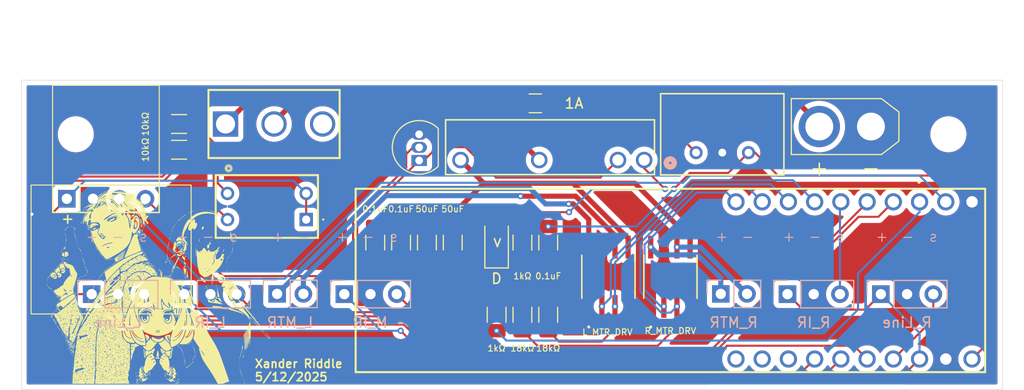
<source format=kicad_pcb>
(kicad_pcb (version 20240108) (generator "pcbnew") (generator_version "8.0")
  (layers (0 "F.Cu" signal) (31 "B.Cu" signal) (34 "B.Paste" user) (35 "F.Paste" user) (36 "B.SilkS" user "B.Silkscreen") (37 "F.SilkS" user "F.Silkscreen") (38 "B.Mask" user) (39 "F.Mask" user) (44 "Edge.Cuts" user))
  (net 0 "")
  (net 1 "GND")
  (net 2 "Net-(U1-+VIN)")
  (net 3 "Net-(J9-Pin_2)")
  (net 4 "Left_IR")
  (net 5 "MOTOR_PWR")
  (net 6 "+5V")
  (net 7 "Kill_Switch")
  (net 8 "Right_IR")
  (net 9 "Net-(D1-K)")
  (net 10 "Middle_IR")
  (net 11 "Start_Module")
  (net 12 "Left_Line")
  (net 13 "Right_Line")
  (net 14 "+3.3V")
  (net 15 "Net-(D1-A)")
  (net 16 "+12V")
  (net 17 "DIP2")
  (net 18 "DIP1")
  (net 19 "Net-(J7-Pin_2)")
  (net 20 "Net-(J9-Pin_1)")
  (net 21 "Net-(J10-Pin_1)")
  (net 22 "Net-(J10-Pin_2)")
  (net 23 "Net-(Q2-B)")
  (net 24 "Net-(L_MOTOR_DRIVER1-ILIM)")
  (net 25 "Net-(R_MOTOR_DRIVER1-ILIM)")
  (net 26 "L_IN2")
  (net 27 "L_IN1")
  (net 30 "R_IN1")
  (net 32 "R_IN2")
  (footprint "Diode_SMD:D_1206_3216Metric_Pad1.42x1.75mm_HandSolder" (layer "F.Cu") (at 146 135.75 90)
    (property "Reference" "<" (at 0 0 90) (layer "F.SilkS"))
    (property "Value" "D")
    (pad "1" smd roundrect (at -1.4875 0 90) (size 1.425 1.75) (layers "F.Cu" "F.Paste" "F.Mask") (roundrect_rratio 0.175439) (net 9 "Net-(D1-K)"))
    (pad "2" smd roundrect (at 1.4875 0 90) (size 1.425 1.75) (layers "F.Cu" "F.Paste" "F.Mask") (roundrect_rratio 0.175439) (net 15 "Net-(D1-A)"))
  )
  (footprint "Resistor_SMD:R_1206_3216Metric_Pad1.30x1.75mm_HandSolder" (layer "F.Cu") (at 146 142.75 90)
    (property "Reference" "R6" (hide yes))
    (property "Value" "R")
    (pad "1" smd roundrect (at -1.55 0 90) (size 1.3 1.75) (layers "F.Cu" "F.Paste" "F.Mask") (roundrect_rratio 0.192308) (net 7 "Kill_Switch"))
    (pad "2" smd roundrect (at 1.55 0 90) (size 1.3 1.75) (layers "F.Cu" "F.Paste" "F.Mask") (roundrect_rratio 0.192308) (net 23 "Net-(Q2-B)"))
  )
  (footprint "Connector_AMASS:AMASS_XT30U-F_1x02_P5.0mm_Vertical" (layer "F.Cu") (at 182.25 124.5 180)
    (property "Reference" "J7" (hide yes))
    (property "Value" "Conn_01x02")
    (fp_text user "+" (at 5 -4 360) (layer "F.SilkS") (effects (font (size 1.5 1.5))))
    (fp_text user "-" (at 0 -4 360) (layer "F.SilkS") (effects (font (size 1.5 1.5))))
    (pad "1" thru_hole rect (at 0 0 180) (size 3.8 3.8) (drill 2.7) (layers "*.Cu" "*.Mask") (net 1 "GND"))
    (pad "2" thru_hole circle (at 5 0 180) (size 4 4) (drill 2.7) (layers "*.Cu" "*.Mask") (net 19 "Net-(J7-Pin_2)"))
  )
  (footprint "Capacitor_SMD:C_1206_3216Metric_Pad1.33x1.80mm_HandSolder" (layer "F.Cu") (at 141.75 135.75 -90)
    (property "Reference" "50uF" (at -3.25 0 180) (layer "F.SilkS") (effects (font (size 0.6 0.6) (thickness 0.1) (bold yes))))
    (property "Value" "50uF")
    (pad "1" smd roundrect (at -1.5625 0 270) (size 1.325 1.8) (layers "F.Cu" "F.Paste" "F.Mask") (roundrect_rratio 0.188679) (net 5 "MOTOR_PWR"))
    (pad "2" smd roundrect (at 1.5625 0 270) (size 1.325 1.8) (layers "F.Cu" "F.Paste" "F.Mask") (roundrect_rratio 0.188679) (net 1 "GND"))
  )
  (footprint "Resistor_SMD:R_1206_3216Metric_Pad1.30x1.75mm_HandSolder" (layer "F.Cu") (at 115.25 124.25)
    (property "Reference" "10kΩ" (at -3.25 0 90) (layer "F.SilkS") (effects (font (size 0.6 0.6) (thickness 0.1))))
    (property "Value" "10kΩ")
    (pad "1" smd roundrect (at -1.55 0) (size 1.3 1.75) (layers "F.Cu" "F.Paste" "F.Mask") (roundrect_rratio 0.192308) (net 1 "GND"))
    (pad "2" smd roundrect (at 1.55 0) (size 1.3 1.75) (layers "F.Cu" "F.Paste" "F.Mask") (roundrect_rratio 0.192308) (net 17 "DIP2"))
  )
  (footprint "1101M2S3CQE2:SW_1101M2S3CQE2" (layer "F.Cu") (at 124.45 124.25 90)
    (property "Reference" "SW3" (hide yes))
    (property "Value" "1101M2S3CQE2")
    (pad "1" thru_hole rect (at 0 -4.7 90) (size 2.45 2.45) (drill 1.85) (layers "*.Cu" "*.Mask") (net 19 "Net-(J7-Pin_2)"))
    (pad "2" thru_hole circle (at 0 0 90) (size 2.45 2.45) (drill 1.85) (layers "*.Cu" "*.Mask") (net 16 "+12V"))
    (pad "3" thru_hole circle (at 0 4.7 90) (size 2.45 2.45) (drill 1.85) (layers "*.Cu" "*.Mask"))
  )
  (footprint "Connector_PinSocket_2.54mm:PinSocket_1x02_P2.54mm_Vertical" (layer "F.Cu") (at 124.75 140.725 90)
    (property "Reference" "L_MTR" (at -2.775 1.25 180) (layer "B.SilkS") (effects (justify mirror)))
    (property "Value" "Left Motor")
    (pad "1" thru_hole rect (at 0 0 90) (size 1.7 1.7) (drill 1) (layers "*.Cu" "*.Mask") (net 20 "Net-(J9-Pin_1)"))
    (pad "2" thru_hole oval (at 0 2.54 90) (size 1.7 1.7) (drill 1) (layers "*.Cu" "*.Mask") (net 3 "Net-(J9-Pin_2)"))
  )
  (footprint "Connector_PinHeader_2.54mm:PinHeader_1x04_P2.54mm_Vertical" (layer "F.Cu") (at 104.38 131.5 90)
    (property "Reference" "J4" (hide yes))
    (property "Value" "Start Module")
    (pad "1" thru_hole rect (at 0 0 90) (size 1.7 1.7) (drill 1) (layers "*.Cu" "*.Mask") (net 14 "+3.3V"))
    (pad "2" thru_hole oval (at 0 2.54 90) (size 1.7 1.7) (drill 1) (layers "*.Cu" "*.Mask") (net 1 "GND"))
    (pad "3" thru_hole oval (at 0 5.08 90) (size 1.7 1.7) (drill 1) (layers "*.Cu" "*.Mask") (net 11 "Start_Module"))
    (pad "4" thru_hole oval (at 0 7.62 90) (size 1.7 1.7) (drill 1) (layers "*.Cu" "*.Mask") (net 7 "Kill_Switch"))
  )
  (footprint "Resistor_SMD:R_1206_3216Metric_Pad1.30x1.75mm_HandSolder" (layer "F.Cu") (at 115.25 126.75)
    (property "Reference" "10kΩ" (at -3.25 0 90) (layer "F.SilkS") (effects (font (size 0.6 0.6) (thickness 0.1))))
    (property "Value" "10kΩ")
    (pad "1" smd roundrect (at -1.55 0) (size 1.3 1.75) (layers "F.Cu" "F.Paste" "F.Mask") (roundrect_rratio 0.192308) (net 1 "GND"))
    (pad "2" smd roundrect (at 1.55 0) (size 1.3 1.75) (layers "F.Cu" "F.Paste" "F.Mask") (roundrect_rratio 0.192308) (net 18 "DIP1"))
  )
  (footprint "Connector_PinSocket_2.54mm:PinSocket_1x03_P2.54mm_Vertical" (layer "F.Cu") (at 115.75 140.75 90)
    (property "Reference" "L_IR" (at -2.75 2.525 180) (layer "B.SilkS") (effects (justify mirror)))
    (property "Value" "Left IR")
    (pad "1" thru_hole rect (at 0 0 90) (size 1.7 1.7) (drill 1) (layers "*.Cu" "*.Mask") (net 14 "+3.3V"))
    (pad "2" thru_hole oval (at 0 2.54 90) (size 1.7 1.7) (drill 1) (layers "*.Cu" "*.Mask") (net 1 "GND"))
    (pad "3" thru_hole oval (at 0 5.08 90) (size 1.7 1.7) (drill 1) (layers "*.Cu" "*.Mask") (net 4 "Left_IR"))
  )
  (footprint "Capacitor_SMD:C_1206_3216Metric_Pad1.33x1.80mm_HandSolder" (layer "F.Cu") (at 151 135.75 -90)
    (property "Reference" "0.1uF" (at 3.25 0 180) (layer "F.SilkS") (effects (font (size 0.6 0.6) (thickness 0.1) (bold yes))))
    (property "Value" "0.1uF")
    (pad "1" smd roundrect (at -1.5625 0 270) (size 1.325 1.8) (layers "F.Cu" "F.Paste" "F.Mask") (roundrect_rratio 0.188679) (net 6 "+5V"))
    (pad "2" smd roundrect (at 1.5625 0 270) (size 1.325 1.8) (layers "F.Cu" "F.Paste" "F.Mask") (roundrect_rratio 0.188679) (net 1 "GND"))
  )
  (footprint "Capacitor_SMD:C_1206_3216Metric_Pad1.33x1.80mm_HandSolder" (layer "F.Cu") (at 136.75 135.75 -90)
    (property "Reference" "0.1uF" (at -3.25 0 180) (layer "F.SilkS") (effects (font (size 0.6 0.6) (thickness 0.1) (bold yes))))
    (property "Value" "0.1uF")
    (pad "1" smd roundrect (at -1.5625 0 270) (size 1.325 1.8) (layers "F.Cu" "F.Paste" "F.Mask") (roundrect_rratio 0.188679) (net 5 "MOTOR_PWR"))
    (pad "2" smd roundrect (at 1.5625 0 270) (size 1.325 1.8) (layers "F.Cu" "F.Paste" "F.Mask") (roundrect_rratio 0.188679) (net 1 "GND"))
  )
  (footprint "Connector_PinSocket_2.54mm:PinSocket_1x03_P2.54mm_Vertical" (layer "F.Cu") (at 183.21 140.75 90)
    (property "Reference" "R_Line" (at -2.75 2.525 180) (layer "B.SilkS") (effects (justify mirror)))
    (property "Value" "Right Line Sensor")
    (pad "1" thru_hole rect (at 0 0 90) (size 1.7 1.7) (drill 1) (layers "*.Cu" "*.Mask") (net 14 "+3.3V"))
    (pad "2" thru_hole oval (at 0 2.54 90) (size 1.7 1.7) (drill 1) (layers "*.Cu" "*.Mask") (net 1 "GND"))
    (pad "3" thru_hole oval (at 0 5.08 90) (size 1.7 1.7) (drill 1) (layers "*.Cu" "*.Mask") (net 13 "Right_Line"))
  )
  (footprint "Connector_PinSocket_2.54mm:PinSocket_1x03_P2.54mm_Vertical" (layer "F.Cu") (at 131.25 140.75 90)
    (property "Reference" "M_IR" (at -2.75 2.5 180) (layer "B.SilkS") (effects (justify mirror)))
    (property "Value" "Middle IR")
    (pad "1" thru_hole rect (at 0 0 90) (size 1.7 1.7) (drill 1) (layers "*.Cu" "*.Mask") (net 14 "+3.3V"))
    (pad "2" thru_hole oval (at 0 2.54 90) (size 1.7 1.7) (drill 1) (layers "*.Cu" "*.Mask") (net 1 "GND"))
    (pad "3" thru_hole oval (at 0 5.08 90) (size 1.7 1.7) (drill 1) (layers "*.Cu" "*.Mask") (net 10 "Middle_IR"))
  )
  (footprint "Connector_PinSocket_2.54mm:PinSocket_1x03_P2.54mm_Vertical" (layer "F.Cu") (at 106.79 140.75 90)
    (property "Reference" "L_Line" (at -2.75 2.54 180) (layer "B.SilkS") (effects (justify mirror)))
    (property "Value" "Left Line Sensor")
    (pad "1" thru_hole rect (at 0 0 90) (size 1.7 1.7) (drill 1) (layers "*.Cu" "*.Mask") (net 14 "+3.3V"))
    (pad "2" thru_hole oval (at 0 2.54 90) (size 1.7 1.7) (drill 1) (layers "*.Cu" "*.Mask") (net 1 "GND"))
    (pad "3" thru_hole oval (at 0 5.08 90) (size 1.7 1.7) (drill 1) (layers "*.Cu" "*.Mask") (net 12 "Left_Line"))
  )
  (footprint "Connector_PinSocket_2.54mm:PinSocket_1x03_P2.54mm_Vertical" (layer "F.Cu") (at 174.17 140.75 90)
    (property "Reference" "R_IR" (at -2.75 2.54 180) (layer "B.SilkS") (effects (justify mirror)))
    (property "Value" "Right IR")
    (pad "1" thru_hole rect (at 0 0 90) (size 1.7 1.7) (drill 1) (layers "*.Cu" "*.Mask") (net 14 "+3.3V"))
    (pad "2" thru_hole oval (at 0 2.54 90) (size 1.7 1.7) (drill 1) (layers "*.Cu" "*.Mask") (net 1 "GND"))
    (pad "3" thru_hole oval (at 0 5.08 90) (size 1.7 1.7) (drill 1) (layers "*.Cu" "*.Mask") (net 8 "Right_IR"))
  )
  (footprint "MountingHole:MountingHole_3mm" (layer "F.Cu") (at 105.25 125.25)
    (property "Reference" "REF**" (hide yes))
    (property "Value" "MountingHole_3mm")
    (pad "" np_thru_hole circle (at 0 0) (size 3 3) (drill 3) (layers "*.Cu" "*.Mask"))
  )
  (footprint "Resistor_SMD:R_1206_3216Metric_Pad1.30x1.75mm_HandSolder" (layer "F.Cu") (at 151 142.75 90)
    (property "Reference" "18kΩ" (at -3.25 0 180) (layer "F.SilkS") (effects (font (size 0.6 0.6) (thickness 0.1) (bold yes))))
    (property "Value" "18kΩ")
    (pad "1" smd roundrect (at -1.55 0 90) (size 1.3 1.75) (layers "F.Cu" "F.Paste" "F.Mask") (roundrect_rratio 0.192308) (net 24 "Net-(L_MOTOR_DRIVER1-ILIM)"))
    (pad "2" smd roundrect (at 1.55 0 90) (size 1.3 1.75) (layers "F.Cu" "F.Paste" "F.Mask") (roundrect_rratio 0.192308) (net 1 "GND"))
  )
  (footprint "Package_TO_SOT_THT:TO-92_Inline" (layer "F.Cu") (at 138.5 127.79 90)
    (property "Reference" "Q2" (hide yes))
    (property "Value" "BC549")
    (pad "1" thru_hole rect (at 0 0 90) (size 1.05 1.5) (drill 0.75) (layers "*.Cu" "*.Mask") (net 15 "Net-(D1-A)"))
    (pad "2" thru_hole oval (at 1.27 0 90) (size 1.05 1.5) (drill 0.75) (layers "*.Cu" "*.Mask") (net 23 "Net-(Q2-B)"))
    (pad "3" thru_hole oval (at 2.54 0 90) (size 1.05 1.5) (drill 0.75) (layers "*.Cu" "*.Mask") (net 1 "GND"))
  )
  (footprint "Capacitor_SMD:C_1206_3216Metric_Pad1.33x1.80mm_HandSolder" (layer "F.Cu") (at 134.25 135.75 -90)
    (property "Reference" "0.1uF" (at -3.25 0 180) (layer "F.SilkS") (effects (font (size 0.6 0.6) (thickness 0.1) (bold yes))))
    (property "Value" "0.1uF")
    (pad "1" smd roundrect (at -1.5625 0 270) (size 1.325 1.8) (layers "F.Cu" "F.Paste" "F.Mask") (roundrect_rratio 0.188679) (net 5 "MOTOR_PWR"))
    (pad "2" smd roundrect (at 1.5625 0 270) (size 1.325 1.8) (layers "F.Cu" "F.Paste" "F.Mask") (roundrect_rratio 0.188679) (net 1 "GND"))
  )
  (footprint "418117270902:418117270902" (layer "F.Cu") (at 127.56 133.52 90)
    (property "Reference" "SW_DIP1" (hide yes))
    (property "Value" "SW_DIP_x02" (hide yes))
    (pad "1" thru_hole rect (at 0 0 90) (size 1.3 1.3) (drill 0.8) (layers "*.Cu" "*.Mask") (net 14 "+3.3V"))
    (pad "2" thru_hole circle (at 2.54 0 90) (size 1.3 1.3) (drill 0.8) (layers "*.Cu" "*.Mask") (net 14 "+3.3V"))
    (pad "3" thru_hole circle (at 2.54 -7.62 90) (size 1.3 1.3) (drill 0.8) (layers "*.Cu" "*.Mask") (net 17 "DIP2"))
    (pad "4" thru_hole circle (at 0 -7.62 90) (size 1.3 1.3) (drill 0.8) (layers "*.Cu" "*.Mask") (net 18 "DIP1"))
  )
  (footprint "Resistor_SMD:R_1206_3216Metric_Pad1.30x1.75mm_HandSolder" (layer "F.Cu") (at 148.5 135.75 90)
    (property "Reference" "1kΩ" (at -3.25 0 180) (layer "F.SilkS") (effects (font (size 0.6 0.6) (thickness 0.1) (bold yes))))
    (property "Value" "R")
    (pad "1" smd roundrect (at -1.55 0 90) (size 1.3 1.75) (layers "F.Cu" "F.Paste" "F.Mask") (roundrect_rratio 0.192308) (net 6 "+5V"))
    (pad "2" smd roundrect (at 1.55 0 90) (size 1.3 1.75) (layers "F.Cu" "F.Paste" "F.Mask") (roundrect_rratio 0.192308) (net 9 "Net-(D1-K)"))
  )
  (footprint "Connector_PinSocket_2.54mm:PinSocket_1x02_P2.54mm_Vertical" (layer "F.Cu") (at 167.71 140.725 90)
    (property "Reference" "R_MTR" (at -2.775 1.25 180) (layer "B.SilkS") (effects (justify mirror)))
    (property "Value" "Right Motor")
    (pad "1" thru_hole rect (at 0 0 90) (size 1.7 1.7) (drill 1) (layers "*.Cu" "*.Mask") (net 21 "Net-(J10-Pin_1)"))
    (pad "2" thru_hole oval (at 0 2.54 90) (size 1.7 1.7) (drill 1) (layers "*.Cu" "*.Mask") (net 22 "Net-(J10-Pin_2)"))
  )
  (footprint "DRV8871DDARQ1:DDA0008H_N_TEX" (layer "F.Cu") (at 162.83 139.0644 90)
    (property "Reference" "R_MTR_DRV" (at -5.25 0 0) (layer "F.SilkS") (effects (font (size 0.6 0.6) (thickness 0.1) (bold yes))))
    (property "Value" "DRV8871DDARQ1")
    (pad "1" smd rect (at -2.875001 -1.905 90) (size 2.2098 0.508) (layers "F.Cu" "F.Paste" "F.Mask") (net 1 "GND"))
    (pad "2" smd rect (at -2.875001 -0.635 90) (size 2.2098 0.508) (layers "F.Cu" "F.Paste" "F.Mask") (net 32 "R_IN2"))
    (pad "3" smd rect (at -2.875001 0.635 90) (size 2.2098 0.508) (layers "F.Cu" "F.Paste" "F.Mask") (net 30 "R_IN1"))
    (pad "4" smd rect (at -2.875001 1.905 90) (size 2.2098 0.508) (layers "F.Cu" "F.Paste" "F.Mask") (net 25 "Net-(R_MOTOR_DRIVER1-ILIM)"))
    (pad "5" smd rect (at 2.875001 1.905 90) (size 2.2098 0.508) (layers "F.Cu" "F.Paste" "F.Mask") (net 5 "MOTOR_PWR"))
    (pad "6" smd rect (at 2.875001 0.635 90) (size 2.2098 0.508) (layers "F.Cu" "F.Paste" "F.Mask") (net 22 "Net-(J10-Pin_2)"))
    (pad "7" smd rect (at 2.875001 -0.635 90) (size 2.2098 0.508) (layers "F.Cu" "F.Paste" "F.Mask") (net 1 "GND"))
    (pad "8" smd rect (at 2.875001 -1.905 90) (size 2.2098 0.508) (layers "F.Cu" "F.Paste" "F.Mask") (net 21 "Net-(J10-Pin_1)"))
    (pad "9" smd rect (at 0 0 90) (size 2.3876 3.0988) (layers "F.Cu") (net 1 "GND"))
  )
  (footprint "ul_G6DN-1A-SL-DC12:RELAY_G6DN-1A_OMR" (layer "F.Cu") (at 160.29 127.744999 -90)
    (property "Reference" "K1" (hide yes))
    (property "Value" "G6DN-1A-SL DC12")
    (pad "1" thru_hole circle (at 0 0 270) (size 1.6002 1.6002) (drill 1.0922) (layers "*.Cu" "*.Mask") (net 9 "Net-(D1-K)"))
    (pad "2" thru_hole circle (at 0 2.54 270) (size 1.6002 1.6002) (drill 1.0922) (layers "*.Cu" "*.Mask") (net 15 "Net-(D1-A)"))
    (pad "5" thru_hole circle (at 0 10.16 270) (size 1.6002 1.6002) (drill 1.0922) (layers "*.Cu" "*.Mask") (net 16 "+12V"))
    (pad "8" thru_hole circle (at 0 17.78 270) (size 1.6002 1.6002) (drill 1.0922) (layers "*.Cu" "*.Mask") (net 5 "MOTOR_PWR"))
  )
  (footprint "Fuse:Fuse_1206_3216Metric_Pad1.42x1.75mm_HandSolder" (layer "F.Cu") (at 149.75 122.25)
    (property "Reference" "1A" (at 3.75 0 0) (layer "F.SilkS"))
    (property "Value" "Fuse")
    (pad "1" smd roundrect (at -1.4875 0) (size 1.425 1.75) (layers "F.Cu" "F.Paste" "F.Mask") (roundrect_rratio 0.175439) (net 16 "+12V"))
    (pad "2" smd roundrect (at 1.4875 0) (size 1.425 1.75) (layers "F.Cu" "F.Paste" "F.Mask") (roundrect_rratio 0.175439) (net 2 "Net-(U1-+VIN)"))
  )
  (footprint "TSR_1_2450:TSR1-SINGLE_TRP" (layer "F.Cu") (at 165.3149 127.028)
    (property "Reference" "U1" (hide yes))
    (property "Value" "TSR 1-2450")
    (pad "1" thru_hole circle (at 0 0) (size 1.27 1.27) (drill 0.762) (layers "*.Cu" "*.Mask") (net 2 "Net-(U1-+VIN)"))
    (pad "2" thru_hole circle (at 2.54 0) (size 1.27 1.27) (drill 0.762) (layers "*.Cu" "*.Mask") (net 1 "GND"))
    (pad "3" thru_hole circle (at 5.08 0) (size 1.27 1.27) (drill 0.762) (layers "*.Cu" "*.Mask") (net 6 "+5V"))
  )
  (footprint "Capacitor_SMD:C_1206_3216Metric_Pad1.33x1.80mm_HandSolder" (layer "F.Cu") (at 139.25 135.75 -90)
    (property "Reference" "50uF" (at -3.25 0 180) (layer "F.SilkS") (effects (font (size 0.6 0.6) (thickness 0.1))))
    (property "Value" "50uF")
    (pad "1" smd roundrect (at -1.5625 0 270) (size 1.325 1.8) (layers "F.Cu" "F.Paste" "F.Mask") (roundrect_rratio 0.188679) (net 5 "MOTOR_PWR"))
    (pad "2" smd roundrect (at 1.5625 0 270) (size 1.325 1.8) (layers "F.Cu" "F.Paste" "F.Mask") (roundrect_rratio 0.188679) (net 1 "GND"))
  )
  (footprint "MountingHole:MountingHole_3mm" (layer "F.Cu") (at 189.75 125.25)
    (property "Reference" "REF**" (hide yes))
    (property "Value" "MountingHole_3mm")
    (pad "" np_thru_hole circle (at 0 0) (size 3 3) (drill 3) (layers "F&B.Cu" "*.Mask"))
  )
  (footprint "Teensy4:TEENSY41" (layer "F.Cu") (at 186.96 131.8 180)
    (property "Reference" "IC1" (hide yes))
    (property "Value" "TEENSY_4.1" (hide yes))
    (pad "1" thru_hole circle (at 0 0 180) (size 1.665 1.665) (drill 1.11) (layers "*.Cu" "*.Mask") (net 7 "Kill_Switch"))
    (pad "2" thru_hole circle (at 2.54 0 180) (size 1.665 1.665) (drill 1.11) (layers "*.Cu" "*.Mask") (net 4 "Left_IR"))
    (pad "3" thru_hole circle (at 5.08 0 180) (size 1.665 1.665) (drill 1.11) (layers "*.Cu" "*.Mask") (net 10 "Middle_IR"))
    (pad "4" thru_hole circle (at 7.62 0 180) (size 1.665 1.665) (drill 1.11) (layers "*.Cu" "*.Mask") (net 8 "Right_IR"))
    (pad "5" thru_hole circle (at 10.16 0 180) (size 1.665 1.665) (drill 1.11) (layers "*.Cu" "*.Mask") (net 26 "L_IN2"))
    (pad "6" thru_hole circle (at 12.7 0 180) (size 1.665 1.665) (drill 1.11) (layers "*.Cu" "*.Mask") (net 27 "L_IN1"))
    (pad "7" thru_hole circle (at 15.24 0 180) (size 1.665 1.665) (drill 1.11) (layers "*.Cu" "*.Mask") (net 30 "R_IN1"))
    (pad "8" thru_hole circle (at 17.78 0 180) (size 1.665 1.665) (drill 1.11) (layers "*.Cu" "*.Mask") (net 32 "R_IN2"))
    (pad "17" thru_hole circle (at 17.78 -15.24 180) (size 1.665 1.665) (drill 1.11) (layers "*.Cu" "*.Mask"))
    (pad "18" thru_hole circle (at 15.24 -15.24 180) (size 1.665 1.665) (drill 1.11) (layers "*.Cu" "*.Mask"))
    (pad "19" thru_hole circle (at 12.7 -15.24 180) (size 1.665 1.665) (drill 1.11) (layers "*.Cu" "*.Mask"))
    (pad "20" thru_hole circle (at 10.16 -15.24 180) (size 1.665 1.665) (drill 1.11) (layers "*.Cu" "*.Mask") (net 18 "DIP1"))
    (pad "21" thru_hole circle (at 7.62 -15.24 180) (size 1.665 1.665) (drill 1.11) (layers "*.Cu" "*.Mask") (net 17 "DIP2"))
    (pad "22" thru_hole circle (at 5.08 -15.24 180) (size 1.665 1.665) (drill 1.11) (layers "*.Cu" "*.Mask") (net 12 "Left_Line"))
    (pad "23" thru_hole circle (at 2.54 -15.24 180) (size 1.665 1.665) (drill 1.11) (layers "*.Cu" "*.Mask") (net 13 "Right_Line"))
    (pad "53" thru_hole circle (at 0 -15.24 180) (size 1.665 1.665) (drill 1.11) (layers "*.Cu" "*.Mask") (net 14 "+3.3V"))
    (pad "55" thru_hole circle (at -5.08 -15.24 180) (size 1.665 1.665) (drill 1.11) (layers "*.Cu" "*.Mask") (net 6 "+5V"))
    (pad "57" thru_hole circle (at -2.54 0 180) (size 1.665 1.665) (drill 1.11) (layers "*.Cu" "*.Mask") (net 11 "Start_Module"))
    (pad "70" thru_hole circle (at -2.54 -15.24 180) (size 1.665 1.665) (drill 1.11) (layers "*.Cu" "*.Mask") (net 1 "GND"))
    (pad "71" thru_hole circle (at -5.08 0 180) (size 1.665 1.665) (drill 1.11) (layers "*.Cu" "*.Mask") (net 1 "GND"))
  )
  (footprint "spy:spy23inverted" (layer "F.Cu") (at 112.81207 137.931804)
    (property "Reference" "G***" (hide yes))
    (property "Value" "LOGO" (hide yes))
  )
  (footprint "DRV8871DDARQ1:DDA0008H_N_TEX" (layer "F.Cu") (at 156.83 139.0644 90)
    (property "Reference" "L_MTR_DRV" (at -5.374999 -0.095 0) (layer "F.SilkS") (effects (font (size 0.6 0.6) (thickness 0.1) (bold yes))))
    (property "Value" "DRV8871DDARQ1")
    (pad "1" smd rect (at -2.875001 -1.905 90) (size 2.2098 0.508) (layers "F.Cu" "F.Paste" "F.Mask") (net 1 "GND"))
    (pad "2" smd rect (at -2.875001 -0.635 90) (size 2.2098 0.508) (layers "F.Cu" "F.Paste" "F.Mask") (net 26 "L_IN2"))
    (pad "3" smd rect (at -2.875001 0.635 90) (size 2.2098 0.508) (layers "F.Cu" "F.Paste" "F.Mask") (net 27 "L_IN1"))
    (pad "4" smd rect (at -2.875001 1.905 90) (size 2.2098 0.508) (layers "F.Cu" "F.Paste" "F.Mask") (net 24 "Net-(L_MOTOR_DRIVER1-ILIM)"))
    (pad "5" smd rect (at 2.875001 1.905 90) (size 2.2098 0.508) (layers "F.Cu" "F.Paste" "F.Mask") (net 5 "MOTOR_PWR"))
    (pad "6" smd rect (at 2.875001 0.635 90) (size 2.2098 0.508) (layers "F.Cu" "F.Paste" "F.Mask") (net 3 "Net-(J9-Pin_2)"))
    (pad "7" smd rect (at 2.875001 -0.635 90) (size 2.2098 0.508) (layers "F.Cu" "F.Paste" "F.Mask") (net 1 "GND"))
    (pad "8" smd rect (at 2.875001 -1.905 90) (size 2.2098 0.508) (layers "F.Cu" "F.Paste" "F.Mask") (net 20 "Net-(J9-Pin_1)"))
    (pad "9" smd rect (at 0 0 90) (size 2.3876 3.0988) (layers "F.Cu") (net 1 "GND"))
  )
  (footprint "Resistor_SMD:R_1206_3216Metric_Pad1.30x1.75mm_HandSolder" (layer "F.Cu") (at 148.5 142.75 90)
    (property "Reference" "18kΩ" (at -3.25 0 180) (layer "F.SilkS") (effects (font (size 0.6 0.6) (thickness 0.1) (bold yes))))
    (property "Value" "18kΩ")
    (pad "1" smd roundrect (at -1.55 0 90) (size 1.3 1.75) (layers "F.Cu" "F.Paste" "F.Mask") (roundrect_rratio 0.192308) (net 25 "Net-(R_MOTOR_DRIVER1-ILIM)"))
    (pad "2" smd roundrect (at 1.55 0 90) (size 1.3 1.75) (layers "F.Cu" "F.Paste" "F.Mask") (roundrect_rratio 0.192308) (net 1 "GND"))
  )
  (gr_rect (start 103 120.5) (end 113.33 132.83) (stroke (width 0.1)) (fill none) (layer "F.SilkS"))
  (gr_rect (start 100.92 130.17) (end 116.42 142.67) (stroke (width 0.1)) (fill none) (layer "F.SilkS"))
  (gr_rect (start 100 120) (end 195 150) (stroke (width 0.05)) (fill none) (layer "Edge.Cuts"))
  (gr_text "+" (at 168.5 135.75 0) (layer "B.SilkS") (effects (font (size 1 1) (thickness 0.1)) (justify left bottom mirror)))
  (gr_text "-\n" (at 134.25 135.75 0) (layer "B.SilkS") (effects (font (size 1 1) (thickness 0.1)) (justify left bottom mirror)))
  (gr_text "+" (at 107.5 135.75 0) (layer "B.SilkS") (effects (font (size 1 1) (thickness 0.1)) (justify left bottom mirror)))
  (gr_text "+" (at 175 135.75 0) (layer "B.SilkS") (effects (font (size 1 1) (thickness 0.1)) (justify left bottom mirror)))
  (gr_text "-\n" (at 128 135.75 0) (layer "B.SilkS") (effects (font (size 1 1) (thickness 0.1)) (justify left bottom mirror)))
  (gr_text "+" (at 125.5 135.75 0) (layer "B.SilkS") (effects (font (size 1 1) (thickness 0.1)) (justify left bottom mirror)))
  (gr_text "s" (at 112.25 135.75 0) (layer "B.SilkS") (effects (font (size 1 1) (thickness 0.1)) (justify left bottom mirror)))
  (gr_text "+" (at 184 135.75 0) (layer "B.SilkS") (effects (font (size 1 1) (thickness 0.1)) (justify left bottom mirror)))
  (gr_text "-\n" (at 118.75 135.75 0) (layer "B.SilkS") (effects (font (size 1 1) (thickness 0.1)) (justify left bottom mirror)))
  (gr_text "-\n" (at 177.5 135.75 0) (layer "B.SilkS") (effects (font (size 1 1) (thickness 0.1)) (justify left bottom mirror)))
  (gr_text "+" (at 116.25 135.75 0) (layer "B.SilkS") (effects (font (size 1 1) (thickness 0.1)) (justify left bottom mirror)))
  (gr_text "s" (at 188.75 135.75 0) (layer "B.SilkS") (effects (font (size 1 1) (thickness 0.1)) (justify left bottom mirror)))
  (gr_text "-\n" (at 171 135.75 0) (layer "B.SilkS") (effects (font (size 1 1) (thickness 0.1)) (justify left bottom mirror)))
  (gr_text "s" (at 179.75 135.75 0) (layer "B.SilkS") (effects (font (size 1 1) (thickness 0.1)) (justify left bottom mirror)))
  (gr_text "+" (at 131.75 135.75 0) (layer "B.SilkS") (effects (font (size 1 1) (thickness 0.1)) (justify left bottom mirror)))
  (gr_text "-\n" (at 110 135.75 0) (layer "B.SilkS") (effects (font (size 1 1) (thickness 0.1)) (justify left bottom mirror)))
  (gr_text "s" (at 136.5 135.75 0) (layer "B.SilkS") (effects (font (size 1 1) (thickness 0.1)) (justify left bottom mirror)))
  (gr_text "s" (at 121 135.75 0) (layer "B.SilkS") (effects (font (size 1 1) (thickness 0.1)) (justify left bottom mirror)))
  (gr_text "-\n" (at 186.5 135.75 0) (layer "B.SilkS") (effects (font (size 1 1) (thickness 0.1)) (justify left bottom mirror)))
  (gr_text "Xander Riddle\n5/12/2025" (at 122.5 149.25 0) (layer "F.SilkS") (effects (font (size 0.8 0.8) (thickness 0.16) (bold yes)) (justify left bottom)))
  (gr_text "D" (at 146 139.25 0) (layer "F.SilkS") (effects (font (size 1 1))))
  (gr_text "k" (at 111.5 134 0) (layer "F.SilkS") (effects (font (size 1 1)) (justify left bottom)))
  (gr_text "-" (at 106.25 134 0) (layer "F.SilkS") (effects (font (size 1 1)) (justify left bottom)))
  (gr_text "+" (at 103.75 134 0) (layer "F.SilkS") (effects (font (size 1 1)) (justify left bottom)))
  (gr_text "s" (at 109 134 0) (layer "F.SilkS") (effects (font (size 1 1)) (justify left bottom)))
  (gr_text "1kΩ" (at 146 146 0) (layer "F.SilkS") (effects (font (size 0.6 0.6) (thickness 0.1) (bold yes))))
  (segment (start 156.195 138.4294) (end 156.83 139.0644) (width 0.2) (layer "F.Cu") (net 1))
  (segment (start 156.195 136.189399) (end 156.195 138.4294) (width 0.2) (layer "F.Cu") (net 1))
  (via (at 101 133) (size 0.6) (drill 0.3) (layers "F.Cu" "B.Cu") (net 1))
  (segment (start 105.42 133) (end 101 133) (width 0.2) (layer "B.Cu") (net 1))
  (segment (start 106.92 131.5) (end 105.42 133) (width 0.2) (layer "B.Cu") (net 1))
  (segment (start 151.2375 122.25) (end 160.5369 122.25) (width 0.2) (layer "F.Cu") (net 2))
  (segment (start 160.5369 122.25) (end 165.3149 127.028) (width 0.2) (layer "F.Cu") (net 2))
  (segment (start 157.465 136.189399) (end 157.465 135.058449) (width 0.5) (layer "F.Cu") (net 3))
  (segment (start 153.656551 131.25) (end 148.310951 131.25) (width 0.5) (layer "F.Cu") (net 3))
  (segment (start 157.465 135.058449) (end 153.656551 131.25) (width 0.5) (layer "F.Cu") (net 3))
  (via (at 148.310951 131.25) (size 0.6) (drill 0.3) (layers "F.Cu" "B.Cu") (net 3))
  (segment (start 148.310951 131.25) (end 148.260951 131.2) (width 0.5) (layer "B.Cu") (net 3))
  (segment (start 135.28995 131.2) (end 127.29 139.19995) (width 0.5) (layer "B.Cu") (net 3))
  (segment (start 127.29 139.19995) (end 127.29 140.725) (width 0.5) (layer "B.Cu") (net 3))
  (segment (start 148.260951 131.2) (end 135.28995 131.2) (width 0.5) (layer "B.Cu") (net 3))
  (segment (start 172.25 139.815686) (end 173.065686 139) (width 0.2) (layer "F.Cu") (net 4))
  (segment (start 181.065686 133.25) (end 182.97 133.25) (width 0.2) (layer "F.Cu") (net 4))
  (segment (start 122.58 142.5) (end 137.514314 142.5) (width 0.2) (layer "F.Cu") (net 4))
  (segment (start 137.514314 142.5) (end 141.664314 146.65) (width 0.2) (layer "F.Cu") (net 4))
  (segment (start 141.664314 146.65) (end 166.85 146.65) (width 0.2) (layer "F.Cu") (net 4))
  (segment (start 182.97 133.25) (end 184.42 131.8) (width 0.2) (layer "F.Cu") (net 4))
  (segment (start 120.83 140.75) (end 122.58 142.5) (width 0.2) (layer "F.Cu") (net 4))
  (segment (start 173.065686 139) (end 175.315686 139) (width 0.2) (layer "F.Cu") (net 4))
  (segment (start 172.25 141.25) (end 172.25 139.815686) (width 0.2) (layer "F.Cu") (net 4))
  (segment (start 175.315686 139) (end 181.065686 133.25) (width 0.2) (layer "F.Cu") (net 4))
  (segment (start 166.85 146.65) (end 172.25 141.25) (width 0.2) (layer "F.Cu") (net 4))
  (segment (start 139.25 134.1875) (end 141.75 134.1875) (width 0.5) (layer "F.Cu") (net 5))
  (segment (start 158.735 135.338499) (end 153.396501 130) (width 0.5) (layer "F.Cu") (net 5))
  (segment (start 141.75 133.015001) (end 144.765001 130) (width 0.5) (layer "F.Cu") (net 5))
  (segment (start 134.25 134.1875) (end 136.75 134.1875) (width 0.5) (layer "F.Cu") (net 5))
  (segment (start 136.75 134.1875) (end 139.25 134.1875) (width 0.5) (layer "F.Cu") (net 5))
  (segment (start 141.75 134.1875) (end 141.75 133.015001) (width 0.5) (layer "F.Cu") (net 5))
  (segment (start 142.51 127.744999) (end 144.765001 130) (width 0.5) (layer "F.Cu") (net 5))
  (segment (start 164.735 135.338499) (end 159.396501 130) (width 0.5) (layer "F.Cu") (net 5))
  (segment (start 158.735 136.189399) (end 158.735 135.338499) (width 0.5) (layer "F.Cu") (net 5))
  (segment (start 153.396501 130) (end 148.6009 130) (width 0.5) (layer "F.Cu") (net 5))
  (segment (start 164.735 136.189399) (end 164.735 135.338499) (width 0.5) (layer "F.Cu") (net 5))
  (segment (start 159.396501 130) (end 153.396501 130) (width 0.5) (layer "F.Cu") (net 5))
  (segment (start 144.765001 130) (end 148.6009 130) (width 0.5) (layer "F.Cu") (net 5))
  (segment (start 170.3949 127.028) (end 171.028 127.028) (width 0.2) (layer "F.Cu") (net 6))
  (segment (start 148.5 136.6875) (end 151 134.1875) (width 0.2) (layer "F.Cu") (net 6))
  (segment (start 163.170285 130.55) (end 164.720285 129) (width 0.2) (layer "F.Cu") (net 6))
  (segment (start 171.028 127.028) (end 173.25 129.25) (width 0.2) (layer "F.Cu") (net 6))
  (segment (start 193.1725 131.330903) (end 193.1725 145.9075) (width 0.2) (layer "F.Cu") (net 6))
  (segment (start 175.5 129.25) (end 191.091597 129.25) (width 0.2) (layer "F.Cu") (net 6))
  (segment (start 173.25 129.25) (end 175.5 129.25) (width 0.2) (layer "F.Cu") (net 6))
  (segment (start 168.4229 129) (end 170.3949 127.028) (width 0.2) (layer "F.Cu") (net 6))
  (segment (start 173.530799 129.25) (end 173.25 129.25) (width 0.2) (layer "F.Cu") (net 6))
  (segment (start 164.720285 129) (end 168.4229 129) (width 0.2) (layer "F.Cu") (net 6))
  (segment (start 148.5 137.3) (end 148.5 136.6875) (width 0.2) (layer "F.Cu") (net 6))
  (segment (start 191.091597 129.25) (end 193.1725 131.330903) (width 0.2) (layer "F.Cu") (net 6))
  (segment (start 193.1725 145.9075) (end 192.04 147.04) (width 0.2) (layer "F.Cu") (net 6))
  (via (at 163.170285 130.55) (size 0.6) (drill 0.3) (layers "F.Cu" "B.Cu") (net 6))
  (via (at 151 134.1875) (size 0.6) (drill 0.3) (layers "F.Cu" "B.Cu") (net 6))
  (segment (start 159.532785 134.1875) (end 163.170285 130.55) (width 0.2) (layer "B.Cu") (net 6))
  (segment (start 151 134.1875) (end 159.532785 134.1875) (width 0.2) (layer "B.Cu") (net 6))
  (segment (start 140.7 139) (end 146 144.3) (width 0.2) (layer "F.Cu") (net 7))
  (segment (start 119.5 139) (end 140.7 139) (width 0.2) (layer "F.Cu") (net 7))
  (segment (start 112 131.5) (end 119.5 139) (width 0.2) (layer "F.Cu") (net 7))
  (via (at 146 144.3) (size 0.6) (drill 0.3) (layers "F.Cu" "B.Cu") (net 7))
  (segment (start 178 145.25) (end 146.95 145.25) (width 0.2) (layer "B.Cu") (net 7))
  (segment (start 146.95 145.25) (end 146 144.3) (width 0.2) (layer "B.Cu") (net 7))
  (segment (start 181 138.75) (end 181 142.25) (width 0.2) (layer "B.Cu") (net 7))
  (segment (start 186.96 131.8) (end 186.96 132.79) (width 0.2) (layer "B.Cu") (net 7))
  (segment (start 181 142.25) (end 178 145.25) (width 0.2) (layer "B.Cu") (net 7))
  (segment (start 186.96 132.79) (end 181 138.75) (width 0.2) (layer "B.Cu") (net 7))
  (segment (start 179.25 131.89) (end 179.34 131.8) (width 0.2) (layer "F.Cu") (net 8))
  (segment (start 179.25 140.75) (end 179.25 131.89) (width 0.2) (layer "B.Cu") (net 8))
  (segment (start 179.25 131.89) (end 179.34 131.8) (width 0.2) (layer "B.Cu") (net 8))
  (segment (start 146 136.7) (end 148.5 134.2) (width 0.2) (layer "F.Cu") (net 9))
  (segment (start 162.321758 130.55) (end 162.3 130.55) (width 0.2) (layer "F.Cu") (net 9))
  (segment (start 160.29 128.54) (end 160.29 127.744999) (width 0.2) (layer "F.Cu") (net 9))
  (segment (start 162.3 130.55) (end 160.29 128.54) (width 0.2) (layer "F.Cu") (net 9))
  (segment (start 146 137.2375) (end 146 136.7) (width 0.2) (layer "F.Cu") (net 9))
  (segment (start 149.901033 132.798967) (end 153.010134 132.798967) (width 0.2) (layer "F.Cu") (net 9))
  (segment (start 148.5 134.2) (end 149.901033 132.798967) (width 0.2) (layer "F.Cu") (net 9))
  (via (at 162.321758 130.55) (size 0.6) (drill 0.3) (layers "F.Cu" "B.Cu") (net 9))
  (via (at 153.010134 132.798967) (size 0.6) (drill 0.3) (layers "F.Cu" "B.Cu") (net 9))
  (segment (start 153.010134 132.798967) (end 153.019002 132.798967) (width 0.2) (layer "B.Cu") (net 9))
  (segment (start 155.267969 130.55) (end 162.321758 130.55) (width 0.2) (layer "B.Cu") (net 9))
  (segment (start 153.019002 132.798967) (end 155.267969 130.55) (width 0.2) (layer "B.Cu") (net 9))
  (segment (start 181.88 131.8) (end 181.88 131.87) (width 0.2) (layer "F.Cu") (net 10))
  (segment (start 171.85 139.65) (end 171.85 141.084314) (width 0.2) (layer "F.Cu") (net 10))
  (segment (start 166.684314 146.25) (end 141.83 146.25) (width 0.2) (layer "F.Cu") (net 10))
  (segment (start 141.83 146.25) (end 136.33 140.75) (width 0.2) (layer "F.Cu") (net 10))
  (segment (start 175.15 138.6) (end 172.9 138.6) (width 0.2) (layer "F.Cu") (net 10))
  (segment (start 171.85 141.084314) (end 166.684314 146.25) (width 0.2) (layer "F.Cu") (net 10))
  (segment (start 181.88 131.87) (end 175.15 138.6) (width 0.2) (layer "F.Cu") (net 10))
  (segment (start 172.9 138.6) (end 171.85 139.65) (width 0.2) (layer "F.Cu") (net 10))
  (segment (start 117.21 139.25) (end 125.472182 139.25) (width 0.2) (layer "B.Cu") (net 11))
  (segment (start 109.46 131.5) (end 117.21 139.25) (width 0.2) (layer "B.Cu") (net 11))
  (segment (start 164.753127 129.25) (end 186.95 129.25) (width 0.2) (layer "B.Cu") (net 11))
  (segment (start 164.053127 129.95) (end 164.753127 129.25) (width 0.2) (layer "B.Cu") (net 11))
  (segment (start 186.95 129.25) (end 189.5 131.8) (width 0.2) (layer "B.Cu") (net 11))
  (segment (start 134.772182 129.95) (end 164.053127 129.95) (width 0.2) (layer "B.Cu") (net 11))
  (segment (start 125.472182 139.25) (end 134.772182 129.95) (width 0.2) (layer "B.Cu") (net 11))
  (segment (start 168.315686 145.75) (end 180.59 145.75) (width 0.2) (layer "F.Cu") (net 12))
  (segment (start 180.59 145.75) (end 181.88 147.04) (width 0.2) (layer "F.Cu") (net 12))
  (segment (start 141.498628 147.05) (end 167.015686 147.05) (width 0.2) (layer "F.Cu") (net 12))
  (segment (start 114.02 142.9) (end 137.348628 142.9) (width 0.2) (layer "F.Cu") (net 12))
  (segment (start 137.348628 142.9) (end 141.498628 147.05) (width 0.2) (layer "F.Cu") (net 12))
  (segment (start 167.015686 147.05) (end 168.315686 145.75) (width 0.2) (layer "F.Cu") (net 12))
  (segment (start 111.87 140.75) (end 114.02 142.9) (width 0.2) (layer "F.Cu") (net 12))
  (segment (start 188.29 143.17) (end 184.42 147.04) (width 0.2) (layer "F.Cu") (net 13))
  (segment (start 188.29 140.75) (end 188.29 143.17) (width 0.2) (layer "F.Cu") (net 13))
  (segment (start 184.7 149.3) (end 167.568628 149.3) (width 0.2) (layer "F.Cu") (net 14))
  (segment (start 102.9 139.834314) (end 102.9 132.98) (width 0.2) (layer "F.Cu") (net 14))
  (segment (start 166.518628 148.25) (end 140.660148 148.25) (width 0.2) (layer "F.Cu") (net 14))
  (segment (start 174.445 140.765) (end 174.46 140.75) (width 0.2) (layer "F.Cu") (net 14))
  (segment (start 183.21 140.75) (end 181.71 142.25) (width 0.2) (layer "F.Cu") (net 14))
  (segment (start 102.9 132.98) (end 104.38 131.5) (width 0.2) (layer "F.Cu") (net 14))
  (segment (start 106.79 140.75) (end 103.815686 140.75) (width 0.2) (layer "F.Cu") (net 14))
  (segment (start 167.568628 149.3) (end 166.518628 148.25) (width 0.2) (layer "F.Cu") (net 14))
  (segment (start 186.96 147.04) (end 184.7 149.3) (width 0.2) (layer "F.Cu") (net 14))
  (segment (start 127.56 133.52) (end 127.56 130.98) (width 0.2) (layer "F.Cu") (net 14))
  (segment (start 103.815686 140.75) (end 102.9 139.834314) (width 0.2) (layer "F.Cu") (net 14))
  (segment (start 181.71 142.25) (end 175.67 142.25) (width 0.2) (layer "F.Cu") (net 14))
  (segment (start 175.67 142.25) (end 174.17 140.75) (width 0.2) (layer "F.Cu") (net 14))
  (segment (start 140.660148 148.25) (end 136.710148 144.3) (width 0.2) (layer "F.Cu") (net 14))
  (via (at 136.710148 144.3) (size 0.6) (drill 0.3) (layers "F.Cu" "B.Cu") (net 14))
  (segment (start 186.96 147.04) (end 186.96 144.5) (width 0.2) (layer "B.Cu") (net 14))
  (segment (start 104.38 131.5) (end 106.13 129.75) (width 0.2) (layer "B.Cu") (net 14))
  (segment (start 120.25 144.3) (end 119.3 144.3) (width 0.2) (layer "B.Cu") (net 14))
  (segment (start 119.3 144.3) (end 115.75 140.75) (width 0.2) (layer "B.Cu") (net 14))
  (segment (start 106.13 129.75) (end 126.33 129.75) (width 0.2) (layer "B.Cu") (net 14))
  (segment (start 126.33 129.75) (end 127.56 130.98) (width 0.2) (layer "B.Cu") (net 14))
  (segment (start 134.8 144.3) (end 120.25 144.3) (width 0.2) (layer "B.Cu") (net 14))
  (segment (start 136.710148 144.3) (end 134.8 144.3) (width 0.2) (layer "B.Cu") (net 14))
  (segment (start 110.34 144.3) (end 106.79 140.75) (width 0.2) (layer "B.Cu") (net 14))
  (segment (start 186.96 144.5) (end 183.21 140.75) (width 0.2) (layer "B.Cu") (net 14))
  (segment (start 120.25 144.3) (end 110.34 144.3) (width 0.2) (layer "B.Cu") (net 14))
  (segment (start 134.8 144.3) (end 131.25 140.75) (width 0.2) (layer "B.Cu") (net 14))
  (segment (start 132.5 133.79) (end 138.5 127.79) (width 0.2) (layer "F.Cu") (net 15))
  (segment (start 138.96 127.79) (end 140.25 126.5) (width 0.2) (layer "F.Cu") (net 15))
  (segment (start 145.95 129.45) (end 156.044999 129.45) (width 0.2) (layer "F.Cu") (net 15))
  (segment (start 143 126.5) (end 145.95 129.45) (width 0.2) (layer "F.Cu") (net 15))
  (segment (start 140.25 126.5) (end 143 126.5) (width 0.2) (layer "F.Cu") (net 15))
  (segment (start 138.5 127.79) (end 138.96 127.79) (width 0.2) (layer "F.Cu") (net 15))
  (segment (start 156.044999 129.45) (end 157.75 127.744999) (width 0.2) (layer "F.Cu") (net 15))
  (segment (start 132.5 135) (end 132.5 133.79) (width 0.2) (layer "F.Cu") (net 15))
  (segment (start 146 134.2625) (end 144.5125 135.75) (width 0.2) (layer "F.Cu") (net 15))
  (segment (start 133.25 135.75) (end 132.5 135) (width 0.2) (layer "F.Cu") (net 15))
  (segment (start 144.5125 135.75) (end 133.25 135.75) (width 0.2) (layer "F.Cu") (net 15))
  (segment (start 143.835001 121.45) (end 143.75 121.45) (width 0.5) (layer "F.Cu") (net 16))
  (segment (start 127.05 121.45) (end 143.75 121.45) (width 0.5) (layer "F.Cu") (net 16))
  (segment (start 124.45 124.05) (end 127.05 121.45) (width 0.5) (layer "F.Cu") (net 16))
  (segment (start 144.55 122.25) (end 143.75 121.45) (width 0.2) (layer "F.Cu") (net 16))
  (segment (start 148.2625 122.25) (end 144.55 122.25) (width 0.2) (layer "F.Cu") (net 16))
  (segment (start 150.13 127.744999) (end 143.835001 121.45) (width 0.5) (layer "F.Cu") (net 16))
  (segment (start 124.45 124.25) (end 124.45 124.05) (width 0.5) (layer "F.Cu") (net 16))
  (segment (start 137.017256 143.7) (end 105.634314 143.7) (width 0.2) (layer "F.Cu") (net 17))
  (segment (start 103.084314 129.35) (end 113.634314 129.35) (width 0.2) (layer "F.Cu") (net 17))
  (segment (start 119.94 130.98) (end 119.94 130.94) (width 0.2) (layer "F.Cu") (net 17))
  (segment (start 113.634314 129.35) (end 115.25 127.734314) (width 0.2) (layer "F.Cu") (net 17))
  (segment (start 166.684314 147.85) (end 141.167256 147.85) (width 0.2) (layer "F.Cu") (net 17))
  (segment (start 177.48 148.9) (end 167.734314 148.9) (width 0.2) (layer "F.Cu") (net 17))
  (segment (start 105.634314 143.7) (end 102.1 140.165686) (width 0.2) (layer "F.Cu") (net 17))
  (segment (start 141.167256 147.85) (end 137.017256 143.7) (width 0.2) (layer "F.Cu") (net 17))
  (segment (start 119.94 130.94) (end 119 130) (width 0.2) (layer "F.Cu") (net 17))
  (segment (start 119 130) (end 119 126.45) (width 0.2) (layer "F.Cu") (net 17))
  (segment (start 179.34 147.04) (end 177.48 148.9) (width 0.2) (layer "F.Cu") (net 17))
  (segment (start 102.1 140.165686) (end 102.1 130.334314) (width 0.2) (layer "F.Cu") (net 17))
  (segment (start 167.734314 148.9) (end 166.684314 147.85) (width 0.2) (layer "F.Cu") (net 17))
  (segment (start 119 126.45) (end 116.8 124.25) (width 0.2) (layer "F.Cu") (net 17))
  (segment (start 102.1 130.334314) (end 103.084314 129.35) (width 0.2) (layer "F.Cu") (net 17))
  (segment (start 115.25 125.8) (end 116.8 124.25) (width 0.2) (layer "F.Cu") (net 17))
  (segment (start 115.25 127.734314) (end 115.25 125.8) (width 0.2) (layer "F.Cu") (net 17))
  (segment (start 119.94 133.48) (end 119.94 133.52) (width 0.2) (layer "F.Cu") (net 18))
  (segment (start 166.85 147.45) (end 141.332942 147.45) (width 0.2) (layer "F.Cu") (net 18))
  (segment (start 102.5 140) (end 102.5 130.5) (width 0.2) (layer "F.Cu") (net 18))
  (segment (start 103.25 129.75) (end 113.8 129.75) (width 0.2) (layer "F.Cu") (net 18))
  (segment (start 118.6 128.55) (end 118.6 132.14) (width 0.2) (layer "F.Cu") (net 18))
  (segment (start 175.34 148.5) (end 167.9 148.5) (width 0.2) (layer "F.Cu") (net 18))
  (segment (start 105.8 143.3) (end 102.5 140) (width 0.2) (layer "F.Cu") (net 18))
  (segment (start 113.8 129.75) (end 116.8 126.75) (width 0.2) (layer "F.Cu") (net 18))
  (segment (start 102.5 130.5) (end 103.25 129.75) (width 0.2) (layer "F.Cu") (net 18))
  (segment (start 167.9 148.5) (end 166.85 147.45) (width 0.2) (layer "F.Cu") (net 18))
  (segment (start 176.8 147.04) (end 175.34 148.5) (width 0.2) (layer "F.Cu") (net 18))
  (segment (start 137.182942 143.3) (end 105.8 143.3) (width 0.2) (layer "F.Cu") (net 18))
  (segment (start 118.6 132.14) (end 119.94 133.48) (width 0.2) (layer "F.Cu") (net 18))
  (segment (start 141.332942 147.45) (end 137.182942 143.3) (width 0.2) (layer "F.Cu") (net 18))
  (segment (start 116.8 126.75) (end 118.6 128.55) (width 0.2) (layer "F.Cu") (net 18))
  (segment (start 177.5 124.5) (end 173.75 120.75) (width 0.5) (layer "F.Cu") (net 19))
  (segment (start 123.25 120.75) (end 119.75 124.25) (width 0.5) (layer "F.Cu") (net 19))
  (segment (start 173.75 120.75) (end 123.25 120.75) (width 0.5) (layer "F.Cu") (net 19))
  (segment (start 153.416601 132) (end 152.96944 132) (width 0.5) (layer "F.Cu") (net 20))
  (segment (start 154.925 133.508399) (end 153.416601 132) (width 0.5) (layer "F.Cu") (net 20))
  (segment (start 154.925 136.189399) (end 154.925 133.508399) (width 0.5) (layer "F.Cu") (net 20))
  (via (at 152.96944 132) (size 0.6) (drill 0.3) (layers "F.Cu" "B.Cu") (net 20))
  (segment (start 150.735601 132) (end 149.235601 130.5) (width 0.5) (layer "B.Cu") (net 20))
  (segment (start 124.775 140.725) (end 124.75 140.725) (width 0.5) (layer "B.Cu") (net 20))
  (segment (start 135 130.5) (end 124.775 140.725) (width 0.5) (layer "B.Cu") (net 20))
  (segment (start 149.235601 130.5) (end 135 130.5) (width 0.5) (layer "B.Cu") (net 20))
  (segment (start 152.96944 132) (end 150.735601 132) (width 0.5) (layer "B.Cu") (net 20))
  (via (at 160.925 136.189399) (size 0.6) (drill 0.3) (layers "F.Cu" "B.Cu") (net 21))
  (segment (start 167.71 140.725) (end 167.71 139.17495) (width 0.5) (layer "B.Cu") (net 21))
  (segment (start 161.675 136.939399) (end 160.925 136.189399) (width 0.5) (layer "B.Cu") (net 21))
  (segment (start 167.71 139.17495) (end 165.474449 136.939399) (width 0.5) (layer "B.Cu") (net 21))
  (segment (start 165.474449 136.939399) (end 161.675 136.939399) (width 0.5) (layer "B.Cu") (net 21))
  (via (at 163.465 136.189399) (size 0.6) (drill 0.3) (layers "F.Cu" "B.Cu") (net 22))
  (segment (start 170.25 140.725) (end 165.714399 136.189399) (width 0.5) (layer "B.Cu") (net 22))
  (segment (start 165.714399 136.189399) (end 163.465 136.189399) (width 0.5) (layer "B.Cu") (net 22))
  (segment (start 138.5 126.52) (end 137.895 126.52) (width 0.2) (layer "F.Cu") (net 23))
  (segment (start 140.865686 138.6) (end 143.465686 141.2) (width 0.2) (layer "F.Cu") (net 23))
  (segment (start 137.895 126.52) (end 137.25 127.165) (width 0.2) (layer "F.Cu") (net 23))
  (segment (start 143.465686 141.2) (end 146 141.2) (width 0.2) (layer "F.Cu") (net 23))
  (segment (start 133.1 138.6) (end 140.865686 138.6) (width 0.2) (layer "F.Cu") (net 23))
  (segment (start 137.25 128.474314) (end 132.1 133.624314) (width 0.2) (layer "F.Cu") (net 23))
  (segment (start 132.1 137.6) (end 133.1 138.6) (width 0.2) (layer "F.Cu") (net 23))
  (segment (start 137.25 127.165) (end 137.25 128.474314) (width 0.2) (layer "F.Cu") (net 23))
  (segment (start 132.1 133.624314) (end 132.1 137.6) (width 0.2) (layer "F.Cu") (net 23))
  (segment (start 138.5 126.52) (end 137.895 126.52) (width 0.2) (layer "B.Cu") (net 23))
  (segment (start 138.98 126.52) (end 138.5 126.52) (width 0.2) (layer "B.Cu") (net 23))
  (segment (start 158.735 142.790301) (end 158.735 141.939401) (width 0.2) (layer "F.Cu") (net 24))
  (segment (start 151 144.3) (end 152.05 145.35) (width 0.2) (layer "F.Cu") (net 24))
  (segment (start 156.175301 145.35) (end 158.735 142.790301) (width 0.2) (layer "F.Cu") (net 24))
  (segment (start 152.05 145.35) (end 156.175301 145.35) (width 0.2) (layer "F.Cu") (net 24))
  (segment (start 149.95 145.75) (end 161.613301 145.75) (width 0.2) (layer "F.Cu") (net 25))
  (segment (start 161.613301 145.75) (end 164.735 142.628301) (width 0.2) (layer "F.Cu") (net 25))
  (segment (start 148.5 144.3) (end 149.95 145.75) (width 0.2) (layer "F.Cu") (net 25))
  (segment (start 164.735 142.628301) (end 164.735 141.939401) (width 0.2) (layer "F.Cu") (net 25))
  (via (at 156.195 141.939401) (size 0.6) (drill 0.3) (layers "F.Cu" "B.Cu") (net 26))
  (segment (start 157.065 137.503813) (end 157.065 141.069401) (width 0.2) (layer "B.Cu") (net 26))
  (segment (start 164.868813 129.7) (end 157.065 137.503813) (width 0.2) (layer "B.Cu") (net 26))
  (segment (start 157.065 141.069401) (end 156.195 141.939401) (width 0.2) (layer "B.Cu") (net 26))
  (segment (start 174.7 129.7) (end 164.868813 129.7) (width 0.2) (layer "B.Cu") (net 26))
  (segment (start 176.8 131.8) (end 174.7 129.7) (width 0.2) (layer "B.Cu") (net 26))
  (via (at 157.465 141.939401) (size 0.6) (drill 0.3) (layers "F.Cu" "B.Cu") (net 27))
  (segment (start 157.465 137.669499) (end 157.465 141.939401) (width 0.2) (layer "B.Cu") (net 27))
  (segment (start 165.034498 130.1) (end 164.800184 130.334315) (width 0.2) (layer "B.Cu") (net 27))
  (segment (start 172.56 130.1) (end 165.034498 130.1) (width 0.2) (layer "B.Cu") (net 27))
  (segment (start 164.800184 130.334315) (end 157.465 137.669499) (width 0.2) (layer "B.Cu") (net 27))
  (segment (start 174.26 131.8) (end 172.56 130.1) (width 0.2) (layer "B.Cu") (net 27))
  (via (at 163.465 141.939401) (size 0.6) (drill 0.3) (layers "F.Cu" "B.Cu") (net 30))
  (segment (start 170.42 130.5) (end 165.200184 130.5) (width 0.2) (layer "B.Cu") (net 30))
  (segment (start 161.946471 142.539401) (end 162.865 142.539401) (width 0.2) (layer "B.Cu") (net 30))
  (segment (start 159.925 140.51793) (end 161.946471 142.539401) (width 0.2) (layer "B.Cu") (net 30))
  (segment (start 165.200184 130.5) (end 159.925 135.775184) (width 0.2) (layer "B.Cu") (net 30))
  (segment (start 162.865 142.539401) (end 163.465 141.939401) (width 0.2) (layer "B.Cu") (net 30))
  (segment (start 171.72 131.8) (end 170.42 130.5) (width 0.2) (layer "B.Cu") (net 30))
  (segment (start 159.925 135.775184) (end 159.925 140.51793) (width 0.2) (layer "B.Cu") (net 30))
  (segment (start 162.195 142.790301) (end 162.195 141.939401) (width 0.2) (layer "F.Cu") (net 32))
  (via (at 162.195 141.939401) (size 0.6) (drill 0.3) (layers "F.Cu" "B.Cu") (net 32))
  (segment (start 168.28 130.9) (end 165.36587 130.9) (width 0.2) (layer "B.Cu") (net 32))
  (segment (start 169.18 131.8) (end 168.28 130.9) (width 0.2) (layer "B.Cu") (net 32))
  (segment (start 160.325 140.352244) (end 161.912157 141.939401) (width 0.2) (layer "B.Cu") (net 32))
  (segment (start 160.325 135.94087) (end 160.325 140.352244) (width 0.2) (layer "B.Cu") (net 32))
  (segment (start 165.36587 130.9) (end 160.325 135.94087) (width 0.2) (layer "B.Cu") (net 32))
  (segment (start 161.912157 141.939401) (end 162.195 141.939401) (width 0.2) (layer "B.Cu") (net 32))
  (zone (net 1) (net_name "GND") (layers "F&B.Cu") (connect_pads yes (clearance 0.5)) (min_thickness 0.25) (fill yes (thermal_gap 0.5) (thermal_bridge_width 0.5))
    (polygon (pts (xy 100 120) (xy 195 120) (xy 195 150) (xy 100 150)))
  )
)
</source>
